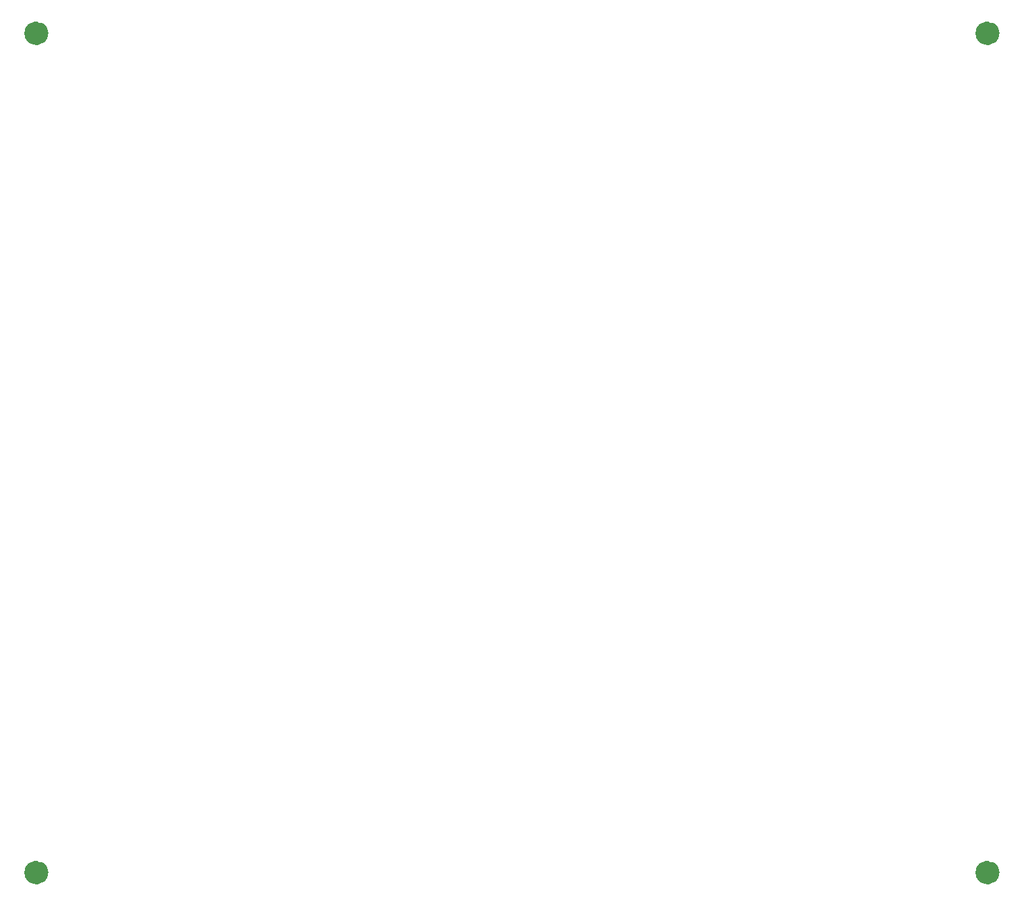
<source format=gbr>
G04 #@! TF.GenerationSoftware,KiCad,Pcbnew,7.0.7*
G04 #@! TF.CreationDate,2023-12-21T21:40:58+09:00*
G04 #@! TF.ProjectId,Pixy-68000,50697879-2d36-4383-9030-302e6b696361,rev?*
G04 #@! TF.SameCoordinates,Original*
G04 #@! TF.FileFunction,Paste,Bot*
G04 #@! TF.FilePolarity,Positive*
%FSLAX46Y46*%
G04 Gerber Fmt 4.6, Leading zero omitted, Abs format (unit mm)*
G04 Created by KiCad (PCBNEW 7.0.7) date 2023-12-21 21:40:58*
%MOMM*%
%LPD*%
G01*
G04 APERTURE LIST*
%ADD10C,1.500000*%
G04 APERTURE END LIST*
D10*
X150610000Y-135890000D02*
G75*
G03*
X150610000Y-135890000I-750000J0D01*
G01*
X31230000Y-135890000D02*
G75*
G03*
X31230000Y-135890000I-750000J0D01*
G01*
X150610000Y-30480000D02*
G75*
G03*
X150610000Y-30480000I-750000J0D01*
G01*
X31230000Y-30480000D02*
G75*
G03*
X31230000Y-30480000I-750000J0D01*
G01*
M02*

</source>
